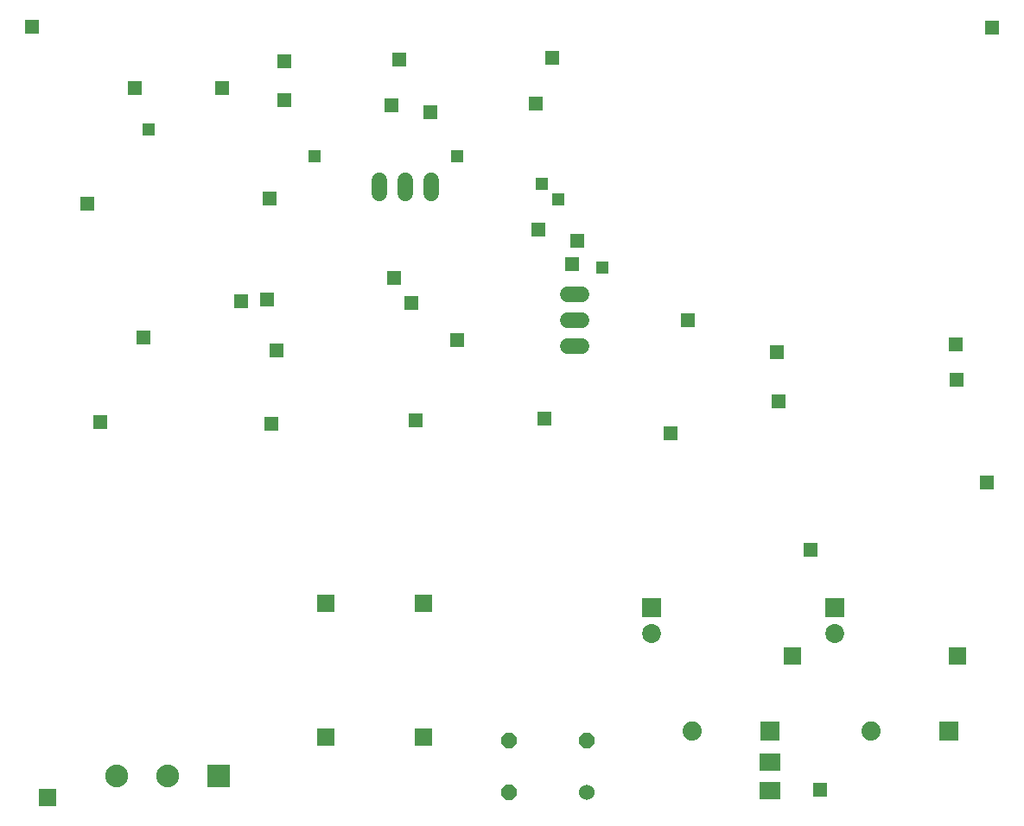
<source format=gbs>
G75*
%MOIN*%
%OFA0B0*%
%FSLAX24Y24*%
%IPPOS*%
%LPD*%
%AMOC8*
5,1,8,0,0,1.08239X$1,22.5*
%
%ADD10R,0.0880X0.0880*%
%ADD11C,0.0880*%
%ADD12C,0.0740*%
%ADD13R,0.0730X0.0730*%
%ADD14C,0.0600*%
%ADD15OC8,0.0600*%
%ADD16C,0.0730*%
%ADD17R,0.0789X0.0710*%
%ADD18C,0.0600*%
%ADD19R,0.0671X0.0671*%
%ADD20R,0.0580X0.0580*%
%ADD21R,0.0476X0.0476*%
D10*
X008129Y001995D03*
D11*
X006160Y001995D03*
X004192Y001995D03*
D12*
X026397Y003719D03*
X033290Y003719D03*
D13*
X036290Y003719D03*
X031912Y008515D03*
X029397Y003719D03*
X024826Y008515D03*
D14*
X022318Y001357D03*
D15*
X022318Y003357D03*
X019318Y003357D03*
X019318Y001357D03*
D16*
X024826Y007515D03*
X031912Y007515D03*
D17*
X029393Y002542D03*
X029393Y001440D03*
D18*
X022133Y018589D02*
X021613Y018589D01*
X021613Y019589D02*
X022133Y019589D01*
X022133Y020589D02*
X021613Y020589D01*
X016337Y024487D02*
X016337Y025007D01*
X015337Y025007D02*
X015337Y024487D01*
X014337Y024487D02*
X014337Y025007D01*
D19*
X001519Y001164D03*
X012267Y003487D03*
X016046Y003487D03*
X016046Y008684D03*
X012267Y008684D03*
X030259Y006637D03*
X036637Y006637D03*
D20*
X030967Y010731D03*
X025574Y015219D03*
X029747Y016479D03*
X029668Y018369D03*
X026243Y019589D03*
X021952Y022660D03*
X021755Y021755D03*
X020456Y023093D03*
X017345Y018841D03*
X015574Y020259D03*
X014904Y021243D03*
X010373Y018448D03*
X008999Y020337D03*
X009983Y020416D03*
X010101Y024314D03*
X010652Y028093D03*
X010652Y029589D03*
X008251Y028566D03*
X004904Y028566D03*
X000928Y030928D03*
X003054Y024117D03*
X005219Y018920D03*
X003566Y015652D03*
X010180Y015613D03*
X015731Y015731D03*
X020692Y015810D03*
X016282Y027621D03*
X014786Y027897D03*
X015101Y029668D03*
X020377Y027975D03*
X021007Y029747D03*
X036558Y018684D03*
X036597Y017306D03*
X037778Y013330D03*
X031322Y001479D03*
X037975Y030889D03*
D21*
X022936Y021637D03*
X021243Y024274D03*
X020613Y024865D03*
X017345Y025928D03*
X011834Y025928D03*
X005416Y026952D03*
M02*

</source>
